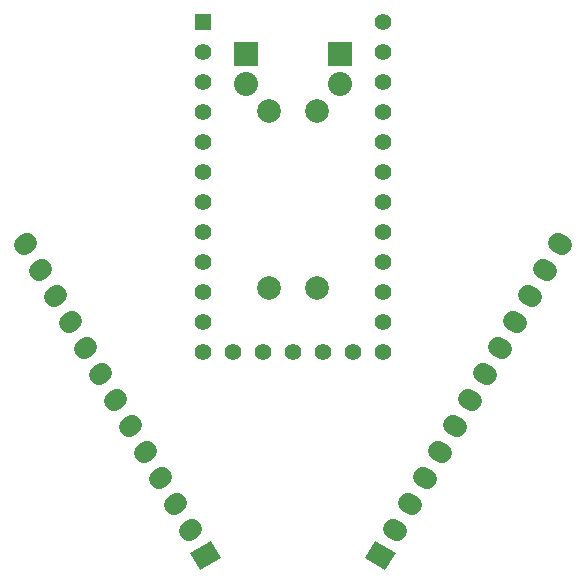
<source format=gbs>
G04 #@! TF.FileFunction,Soldermask,Bot*
%FSLAX46Y46*%
G04 Gerber Fmt 4.6, Leading zero omitted, Abs format (unit mm)*
G04 Created by KiCad (PCBNEW 0.201412201901+5330~19~ubuntu14.04.1-product) date Mon 29 Dec 2014 15:13:16 GMT*
%MOMM*%
G01*
G04 APERTURE LIST*
%ADD10C,0.100000*%
%ADD11R,2.032000X2.032000*%
%ADD12O,2.032000X2.032000*%
%ADD13C,1.727200*%
%ADD14C,1.998980*%
%ADD15R,1.397000X1.397000*%
%ADD16C,1.397000*%
G04 APERTURE END LIST*
D10*
D11*
X134000000Y-23730000D03*
D12*
X134000000Y-26270000D03*
D10*
G36*
X123931682Y-66438127D02*
X122171918Y-67454127D01*
X121308318Y-65958327D01*
X123068082Y-64942327D01*
X123931682Y-66438127D01*
X123931682Y-66438127D01*
G37*
D13*
X121218018Y-64074723D02*
X121481982Y-63922323D01*
X119948018Y-61875018D02*
X120211982Y-61722618D01*
X118678018Y-59675314D02*
X118941982Y-59522914D01*
X117408018Y-57475609D02*
X117671982Y-57323209D01*
X116138018Y-55275905D02*
X116401982Y-55123505D01*
X114868018Y-53076200D02*
X115131982Y-52923800D01*
X113598018Y-50876495D02*
X113861982Y-50724095D01*
X112328018Y-48676791D02*
X112591982Y-48524391D01*
X111058018Y-46477086D02*
X111321982Y-46324686D01*
X109788018Y-44277382D02*
X110051982Y-44124982D01*
X108518018Y-42077677D02*
X108781982Y-41925277D01*
X107248018Y-39877973D02*
X107511982Y-39725573D01*
D10*
G36*
X137828082Y-67454127D02*
X136068318Y-66438127D01*
X136931918Y-64942327D01*
X138691682Y-65958327D01*
X137828082Y-67454127D01*
X137828082Y-67454127D01*
G37*
D13*
X138518018Y-63922323D02*
X138781982Y-64074723D01*
X139788018Y-61722618D02*
X140051982Y-61875018D01*
X141058018Y-59522914D02*
X141321982Y-59675314D01*
X142328018Y-57323209D02*
X142591982Y-57475609D01*
X143598018Y-55123505D02*
X143861982Y-55275905D01*
X144868018Y-52923800D02*
X145131982Y-53076200D01*
X146138018Y-50724095D02*
X146401982Y-50876495D01*
X147408018Y-48524391D02*
X147671982Y-48676791D01*
X148678018Y-46324686D02*
X148941982Y-46477086D01*
X149948018Y-44124982D02*
X150211982Y-44277382D01*
X151218018Y-41925277D02*
X151481982Y-42077677D01*
X152488018Y-39725573D02*
X152751982Y-39877973D01*
D11*
X126000000Y-23730000D03*
D12*
X126000000Y-26270000D03*
D14*
X132080000Y-28568000D03*
X132080000Y-43568000D03*
X128016000Y-28568000D03*
X128016000Y-43568000D03*
D15*
X122380000Y-21030000D03*
D16*
X122380000Y-23570000D03*
X122380000Y-26110000D03*
X122380000Y-28650000D03*
X122380000Y-31190000D03*
X122380000Y-33730000D03*
X122380000Y-36270000D03*
X122380000Y-38810000D03*
X122380000Y-41350000D03*
X122380000Y-43890000D03*
X122380000Y-46430000D03*
X122380000Y-48970000D03*
X137620000Y-48970000D03*
X137620000Y-46430000D03*
X137620000Y-43890000D03*
X137620000Y-41350000D03*
X137620000Y-38810000D03*
X137620000Y-36270000D03*
X137620000Y-33730000D03*
X137620000Y-31190000D03*
X137620000Y-28650000D03*
X137620000Y-26110000D03*
X137620000Y-23570000D03*
X137620000Y-21030000D03*
X135080000Y-48970000D03*
X132540000Y-48970000D03*
X130000000Y-48970000D03*
X127460000Y-48970000D03*
X124920000Y-48970000D03*
M02*

</source>
